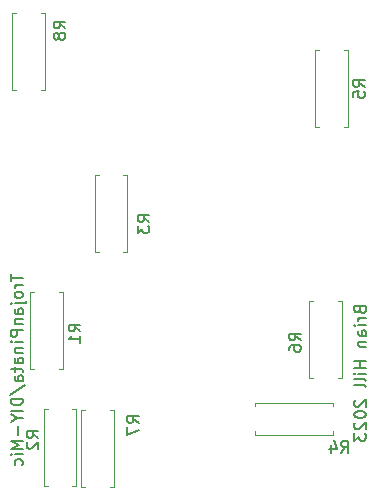
<source format=gbr>
%TF.GenerationSoftware,KiCad,Pcbnew,7.0.7*%
%TF.CreationDate,2023-09-20T21:46:03-04:00*%
%TF.ProjectId,DIYmic,4449596d-6963-42e6-9b69-6361645f7063,rev?*%
%TF.SameCoordinates,Original*%
%TF.FileFunction,Legend,Bot*%
%TF.FilePolarity,Positive*%
%FSLAX46Y46*%
G04 Gerber Fmt 4.6, Leading zero omitted, Abs format (unit mm)*
G04 Created by KiCad (PCBNEW 7.0.7) date 2023-09-20 21:46:03*
%MOMM*%
%LPD*%
G01*
G04 APERTURE LIST*
%ADD10C,0.200000*%
%ADD11C,0.150000*%
%ADD12C,0.120000*%
G04 APERTURE END LIST*
D10*
X56779219Y-69822816D02*
X56779219Y-70394244D01*
X57779219Y-70108530D02*
X56779219Y-70108530D01*
X57779219Y-70727578D02*
X57112552Y-70727578D01*
X57303028Y-70727578D02*
X57207790Y-70775197D01*
X57207790Y-70775197D02*
X57160171Y-70822816D01*
X57160171Y-70822816D02*
X57112552Y-70918054D01*
X57112552Y-70918054D02*
X57112552Y-71013292D01*
X57779219Y-71489483D02*
X57731600Y-71394245D01*
X57731600Y-71394245D02*
X57683980Y-71346626D01*
X57683980Y-71346626D02*
X57588742Y-71299007D01*
X57588742Y-71299007D02*
X57303028Y-71299007D01*
X57303028Y-71299007D02*
X57207790Y-71346626D01*
X57207790Y-71346626D02*
X57160171Y-71394245D01*
X57160171Y-71394245D02*
X57112552Y-71489483D01*
X57112552Y-71489483D02*
X57112552Y-71632340D01*
X57112552Y-71632340D02*
X57160171Y-71727578D01*
X57160171Y-71727578D02*
X57207790Y-71775197D01*
X57207790Y-71775197D02*
X57303028Y-71822816D01*
X57303028Y-71822816D02*
X57588742Y-71822816D01*
X57588742Y-71822816D02*
X57683980Y-71775197D01*
X57683980Y-71775197D02*
X57731600Y-71727578D01*
X57731600Y-71727578D02*
X57779219Y-71632340D01*
X57779219Y-71632340D02*
X57779219Y-71489483D01*
X57112552Y-72251388D02*
X57969695Y-72251388D01*
X57969695Y-72251388D02*
X58064933Y-72203769D01*
X58064933Y-72203769D02*
X58112552Y-72108531D01*
X58112552Y-72108531D02*
X58112552Y-72060912D01*
X56779219Y-72251388D02*
X56826838Y-72203769D01*
X56826838Y-72203769D02*
X56874457Y-72251388D01*
X56874457Y-72251388D02*
X56826838Y-72299007D01*
X56826838Y-72299007D02*
X56779219Y-72251388D01*
X56779219Y-72251388D02*
X56874457Y-72251388D01*
X57779219Y-73156149D02*
X57255409Y-73156149D01*
X57255409Y-73156149D02*
X57160171Y-73108530D01*
X57160171Y-73108530D02*
X57112552Y-73013292D01*
X57112552Y-73013292D02*
X57112552Y-72822816D01*
X57112552Y-72822816D02*
X57160171Y-72727578D01*
X57731600Y-73156149D02*
X57779219Y-73060911D01*
X57779219Y-73060911D02*
X57779219Y-72822816D01*
X57779219Y-72822816D02*
X57731600Y-72727578D01*
X57731600Y-72727578D02*
X57636361Y-72679959D01*
X57636361Y-72679959D02*
X57541123Y-72679959D01*
X57541123Y-72679959D02*
X57445885Y-72727578D01*
X57445885Y-72727578D02*
X57398266Y-72822816D01*
X57398266Y-72822816D02*
X57398266Y-73060911D01*
X57398266Y-73060911D02*
X57350647Y-73156149D01*
X57112552Y-73632340D02*
X57779219Y-73632340D01*
X57207790Y-73632340D02*
X57160171Y-73679959D01*
X57160171Y-73679959D02*
X57112552Y-73775197D01*
X57112552Y-73775197D02*
X57112552Y-73918054D01*
X57112552Y-73918054D02*
X57160171Y-74013292D01*
X57160171Y-74013292D02*
X57255409Y-74060911D01*
X57255409Y-74060911D02*
X57779219Y-74060911D01*
X57779219Y-74537102D02*
X56779219Y-74537102D01*
X56779219Y-74537102D02*
X56779219Y-74918054D01*
X56779219Y-74918054D02*
X56826838Y-75013292D01*
X56826838Y-75013292D02*
X56874457Y-75060911D01*
X56874457Y-75060911D02*
X56969695Y-75108530D01*
X56969695Y-75108530D02*
X57112552Y-75108530D01*
X57112552Y-75108530D02*
X57207790Y-75060911D01*
X57207790Y-75060911D02*
X57255409Y-75013292D01*
X57255409Y-75013292D02*
X57303028Y-74918054D01*
X57303028Y-74918054D02*
X57303028Y-74537102D01*
X57779219Y-75537102D02*
X57112552Y-75537102D01*
X56779219Y-75537102D02*
X56826838Y-75489483D01*
X56826838Y-75489483D02*
X56874457Y-75537102D01*
X56874457Y-75537102D02*
X56826838Y-75584721D01*
X56826838Y-75584721D02*
X56779219Y-75537102D01*
X56779219Y-75537102D02*
X56874457Y-75537102D01*
X57112552Y-76013292D02*
X57779219Y-76013292D01*
X57207790Y-76013292D02*
X57160171Y-76060911D01*
X57160171Y-76060911D02*
X57112552Y-76156149D01*
X57112552Y-76156149D02*
X57112552Y-76299006D01*
X57112552Y-76299006D02*
X57160171Y-76394244D01*
X57160171Y-76394244D02*
X57255409Y-76441863D01*
X57255409Y-76441863D02*
X57779219Y-76441863D01*
X57779219Y-77346625D02*
X57255409Y-77346625D01*
X57255409Y-77346625D02*
X57160171Y-77299006D01*
X57160171Y-77299006D02*
X57112552Y-77203768D01*
X57112552Y-77203768D02*
X57112552Y-77013292D01*
X57112552Y-77013292D02*
X57160171Y-76918054D01*
X57731600Y-77346625D02*
X57779219Y-77251387D01*
X57779219Y-77251387D02*
X57779219Y-77013292D01*
X57779219Y-77013292D02*
X57731600Y-76918054D01*
X57731600Y-76918054D02*
X57636361Y-76870435D01*
X57636361Y-76870435D02*
X57541123Y-76870435D01*
X57541123Y-76870435D02*
X57445885Y-76918054D01*
X57445885Y-76918054D02*
X57398266Y-77013292D01*
X57398266Y-77013292D02*
X57398266Y-77251387D01*
X57398266Y-77251387D02*
X57350647Y-77346625D01*
X57112552Y-77679959D02*
X57112552Y-78060911D01*
X56779219Y-77822816D02*
X57636361Y-77822816D01*
X57636361Y-77822816D02*
X57731600Y-77870435D01*
X57731600Y-77870435D02*
X57779219Y-77965673D01*
X57779219Y-77965673D02*
X57779219Y-78060911D01*
X57779219Y-78822816D02*
X57255409Y-78822816D01*
X57255409Y-78822816D02*
X57160171Y-78775197D01*
X57160171Y-78775197D02*
X57112552Y-78679959D01*
X57112552Y-78679959D02*
X57112552Y-78489483D01*
X57112552Y-78489483D02*
X57160171Y-78394245D01*
X57731600Y-78822816D02*
X57779219Y-78727578D01*
X57779219Y-78727578D02*
X57779219Y-78489483D01*
X57779219Y-78489483D02*
X57731600Y-78394245D01*
X57731600Y-78394245D02*
X57636361Y-78346626D01*
X57636361Y-78346626D02*
X57541123Y-78346626D01*
X57541123Y-78346626D02*
X57445885Y-78394245D01*
X57445885Y-78394245D02*
X57398266Y-78489483D01*
X57398266Y-78489483D02*
X57398266Y-78727578D01*
X57398266Y-78727578D02*
X57350647Y-78822816D01*
X56731600Y-80013292D02*
X58017314Y-79156150D01*
X57779219Y-80346626D02*
X56779219Y-80346626D01*
X56779219Y-80346626D02*
X56779219Y-80584721D01*
X56779219Y-80584721D02*
X56826838Y-80727578D01*
X56826838Y-80727578D02*
X56922076Y-80822816D01*
X56922076Y-80822816D02*
X57017314Y-80870435D01*
X57017314Y-80870435D02*
X57207790Y-80918054D01*
X57207790Y-80918054D02*
X57350647Y-80918054D01*
X57350647Y-80918054D02*
X57541123Y-80870435D01*
X57541123Y-80870435D02*
X57636361Y-80822816D01*
X57636361Y-80822816D02*
X57731600Y-80727578D01*
X57731600Y-80727578D02*
X57779219Y-80584721D01*
X57779219Y-80584721D02*
X57779219Y-80346626D01*
X57779219Y-81346626D02*
X56779219Y-81346626D01*
X57303028Y-82013292D02*
X57779219Y-82013292D01*
X56779219Y-81679959D02*
X57303028Y-82013292D01*
X57303028Y-82013292D02*
X56779219Y-82346625D01*
X57398266Y-82679959D02*
X57398266Y-83441864D01*
X57779219Y-83918054D02*
X56779219Y-83918054D01*
X56779219Y-83918054D02*
X57493504Y-84251387D01*
X57493504Y-84251387D02*
X56779219Y-84584720D01*
X56779219Y-84584720D02*
X57779219Y-84584720D01*
X57779219Y-85060911D02*
X57112552Y-85060911D01*
X56779219Y-85060911D02*
X56826838Y-85013292D01*
X56826838Y-85013292D02*
X56874457Y-85060911D01*
X56874457Y-85060911D02*
X56826838Y-85108530D01*
X56826838Y-85108530D02*
X56779219Y-85060911D01*
X56779219Y-85060911D02*
X56874457Y-85060911D01*
X57731600Y-85965672D02*
X57779219Y-85870434D01*
X57779219Y-85870434D02*
X57779219Y-85679958D01*
X57779219Y-85679958D02*
X57731600Y-85584720D01*
X57731600Y-85584720D02*
X57683980Y-85537101D01*
X57683980Y-85537101D02*
X57588742Y-85489482D01*
X57588742Y-85489482D02*
X57303028Y-85489482D01*
X57303028Y-85489482D02*
X57207790Y-85537101D01*
X57207790Y-85537101D02*
X57160171Y-85584720D01*
X57160171Y-85584720D02*
X57112552Y-85679958D01*
X57112552Y-85679958D02*
X57112552Y-85870434D01*
X57112552Y-85870434D02*
X57160171Y-85965672D01*
X86338409Y-72839006D02*
X86386028Y-72981863D01*
X86386028Y-72981863D02*
X86433647Y-73029482D01*
X86433647Y-73029482D02*
X86528885Y-73077101D01*
X86528885Y-73077101D02*
X86671742Y-73077101D01*
X86671742Y-73077101D02*
X86766980Y-73029482D01*
X86766980Y-73029482D02*
X86814600Y-72981863D01*
X86814600Y-72981863D02*
X86862219Y-72886625D01*
X86862219Y-72886625D02*
X86862219Y-72505673D01*
X86862219Y-72505673D02*
X85862219Y-72505673D01*
X85862219Y-72505673D02*
X85862219Y-72839006D01*
X85862219Y-72839006D02*
X85909838Y-72934244D01*
X85909838Y-72934244D02*
X85957457Y-72981863D01*
X85957457Y-72981863D02*
X86052695Y-73029482D01*
X86052695Y-73029482D02*
X86147933Y-73029482D01*
X86147933Y-73029482D02*
X86243171Y-72981863D01*
X86243171Y-72981863D02*
X86290790Y-72934244D01*
X86290790Y-72934244D02*
X86338409Y-72839006D01*
X86338409Y-72839006D02*
X86338409Y-72505673D01*
X86862219Y-73505673D02*
X86195552Y-73505673D01*
X86386028Y-73505673D02*
X86290790Y-73553292D01*
X86290790Y-73553292D02*
X86243171Y-73600911D01*
X86243171Y-73600911D02*
X86195552Y-73696149D01*
X86195552Y-73696149D02*
X86195552Y-73791387D01*
X86862219Y-74124721D02*
X86195552Y-74124721D01*
X85862219Y-74124721D02*
X85909838Y-74077102D01*
X85909838Y-74077102D02*
X85957457Y-74124721D01*
X85957457Y-74124721D02*
X85909838Y-74172340D01*
X85909838Y-74172340D02*
X85862219Y-74124721D01*
X85862219Y-74124721D02*
X85957457Y-74124721D01*
X86862219Y-75029482D02*
X86338409Y-75029482D01*
X86338409Y-75029482D02*
X86243171Y-74981863D01*
X86243171Y-74981863D02*
X86195552Y-74886625D01*
X86195552Y-74886625D02*
X86195552Y-74696149D01*
X86195552Y-74696149D02*
X86243171Y-74600911D01*
X86814600Y-75029482D02*
X86862219Y-74934244D01*
X86862219Y-74934244D02*
X86862219Y-74696149D01*
X86862219Y-74696149D02*
X86814600Y-74600911D01*
X86814600Y-74600911D02*
X86719361Y-74553292D01*
X86719361Y-74553292D02*
X86624123Y-74553292D01*
X86624123Y-74553292D02*
X86528885Y-74600911D01*
X86528885Y-74600911D02*
X86481266Y-74696149D01*
X86481266Y-74696149D02*
X86481266Y-74934244D01*
X86481266Y-74934244D02*
X86433647Y-75029482D01*
X86195552Y-75505673D02*
X86862219Y-75505673D01*
X86290790Y-75505673D02*
X86243171Y-75553292D01*
X86243171Y-75553292D02*
X86195552Y-75648530D01*
X86195552Y-75648530D02*
X86195552Y-75791387D01*
X86195552Y-75791387D02*
X86243171Y-75886625D01*
X86243171Y-75886625D02*
X86338409Y-75934244D01*
X86338409Y-75934244D02*
X86862219Y-75934244D01*
X86862219Y-77172340D02*
X85862219Y-77172340D01*
X86338409Y-77172340D02*
X86338409Y-77743768D01*
X86862219Y-77743768D02*
X85862219Y-77743768D01*
X86862219Y-78219959D02*
X86195552Y-78219959D01*
X85862219Y-78219959D02*
X85909838Y-78172340D01*
X85909838Y-78172340D02*
X85957457Y-78219959D01*
X85957457Y-78219959D02*
X85909838Y-78267578D01*
X85909838Y-78267578D02*
X85862219Y-78219959D01*
X85862219Y-78219959D02*
X85957457Y-78219959D01*
X86862219Y-78839006D02*
X86814600Y-78743768D01*
X86814600Y-78743768D02*
X86719361Y-78696149D01*
X86719361Y-78696149D02*
X85862219Y-78696149D01*
X86862219Y-79362816D02*
X86814600Y-79267578D01*
X86814600Y-79267578D02*
X86719361Y-79219959D01*
X86719361Y-79219959D02*
X85862219Y-79219959D01*
X85957457Y-80458055D02*
X85909838Y-80505674D01*
X85909838Y-80505674D02*
X85862219Y-80600912D01*
X85862219Y-80600912D02*
X85862219Y-80839007D01*
X85862219Y-80839007D02*
X85909838Y-80934245D01*
X85909838Y-80934245D02*
X85957457Y-80981864D01*
X85957457Y-80981864D02*
X86052695Y-81029483D01*
X86052695Y-81029483D02*
X86147933Y-81029483D01*
X86147933Y-81029483D02*
X86290790Y-80981864D01*
X86290790Y-80981864D02*
X86862219Y-80410436D01*
X86862219Y-80410436D02*
X86862219Y-81029483D01*
X85862219Y-81648531D02*
X85862219Y-81743769D01*
X85862219Y-81743769D02*
X85909838Y-81839007D01*
X85909838Y-81839007D02*
X85957457Y-81886626D01*
X85957457Y-81886626D02*
X86052695Y-81934245D01*
X86052695Y-81934245D02*
X86243171Y-81981864D01*
X86243171Y-81981864D02*
X86481266Y-81981864D01*
X86481266Y-81981864D02*
X86671742Y-81934245D01*
X86671742Y-81934245D02*
X86766980Y-81886626D01*
X86766980Y-81886626D02*
X86814600Y-81839007D01*
X86814600Y-81839007D02*
X86862219Y-81743769D01*
X86862219Y-81743769D02*
X86862219Y-81648531D01*
X86862219Y-81648531D02*
X86814600Y-81553293D01*
X86814600Y-81553293D02*
X86766980Y-81505674D01*
X86766980Y-81505674D02*
X86671742Y-81458055D01*
X86671742Y-81458055D02*
X86481266Y-81410436D01*
X86481266Y-81410436D02*
X86243171Y-81410436D01*
X86243171Y-81410436D02*
X86052695Y-81458055D01*
X86052695Y-81458055D02*
X85957457Y-81505674D01*
X85957457Y-81505674D02*
X85909838Y-81553293D01*
X85909838Y-81553293D02*
X85862219Y-81648531D01*
X85957457Y-82362817D02*
X85909838Y-82410436D01*
X85909838Y-82410436D02*
X85862219Y-82505674D01*
X85862219Y-82505674D02*
X85862219Y-82743769D01*
X85862219Y-82743769D02*
X85909838Y-82839007D01*
X85909838Y-82839007D02*
X85957457Y-82886626D01*
X85957457Y-82886626D02*
X86052695Y-82934245D01*
X86052695Y-82934245D02*
X86147933Y-82934245D01*
X86147933Y-82934245D02*
X86290790Y-82886626D01*
X86290790Y-82886626D02*
X86862219Y-82315198D01*
X86862219Y-82315198D02*
X86862219Y-82934245D01*
X85862219Y-83267579D02*
X85862219Y-83886626D01*
X85862219Y-83886626D02*
X86243171Y-83553293D01*
X86243171Y-83553293D02*
X86243171Y-83696150D01*
X86243171Y-83696150D02*
X86290790Y-83791388D01*
X86290790Y-83791388D02*
X86338409Y-83839007D01*
X86338409Y-83839007D02*
X86433647Y-83886626D01*
X86433647Y-83886626D02*
X86671742Y-83886626D01*
X86671742Y-83886626D02*
X86766980Y-83839007D01*
X86766980Y-83839007D02*
X86814600Y-83791388D01*
X86814600Y-83791388D02*
X86862219Y-83696150D01*
X86862219Y-83696150D02*
X86862219Y-83410436D01*
X86862219Y-83410436D02*
X86814600Y-83315198D01*
X86814600Y-83315198D02*
X86766980Y-83267579D01*
D11*
X81353819Y-75398333D02*
X80877628Y-75065000D01*
X81353819Y-74826905D02*
X80353819Y-74826905D01*
X80353819Y-74826905D02*
X80353819Y-75207857D01*
X80353819Y-75207857D02*
X80401438Y-75303095D01*
X80401438Y-75303095D02*
X80449057Y-75350714D01*
X80449057Y-75350714D02*
X80544295Y-75398333D01*
X80544295Y-75398333D02*
X80687152Y-75398333D01*
X80687152Y-75398333D02*
X80782390Y-75350714D01*
X80782390Y-75350714D02*
X80830009Y-75303095D01*
X80830009Y-75303095D02*
X80877628Y-75207857D01*
X80877628Y-75207857D02*
X80877628Y-74826905D01*
X80353819Y-76255476D02*
X80353819Y-76065000D01*
X80353819Y-76065000D02*
X80401438Y-75969762D01*
X80401438Y-75969762D02*
X80449057Y-75922143D01*
X80449057Y-75922143D02*
X80591914Y-75826905D01*
X80591914Y-75826905D02*
X80782390Y-75779286D01*
X80782390Y-75779286D02*
X81163342Y-75779286D01*
X81163342Y-75779286D02*
X81258580Y-75826905D01*
X81258580Y-75826905D02*
X81306200Y-75874524D01*
X81306200Y-75874524D02*
X81353819Y-75969762D01*
X81353819Y-75969762D02*
X81353819Y-76160238D01*
X81353819Y-76160238D02*
X81306200Y-76255476D01*
X81306200Y-76255476D02*
X81258580Y-76303095D01*
X81258580Y-76303095D02*
X81163342Y-76350714D01*
X81163342Y-76350714D02*
X80925247Y-76350714D01*
X80925247Y-76350714D02*
X80830009Y-76303095D01*
X80830009Y-76303095D02*
X80782390Y-76255476D01*
X80782390Y-76255476D02*
X80734771Y-76160238D01*
X80734771Y-76160238D02*
X80734771Y-75969762D01*
X80734771Y-75969762D02*
X80782390Y-75874524D01*
X80782390Y-75874524D02*
X80830009Y-75826905D01*
X80830009Y-75826905D02*
X80925247Y-75779286D01*
X59128819Y-83653333D02*
X58652628Y-83320000D01*
X59128819Y-83081905D02*
X58128819Y-83081905D01*
X58128819Y-83081905D02*
X58128819Y-83462857D01*
X58128819Y-83462857D02*
X58176438Y-83558095D01*
X58176438Y-83558095D02*
X58224057Y-83605714D01*
X58224057Y-83605714D02*
X58319295Y-83653333D01*
X58319295Y-83653333D02*
X58462152Y-83653333D01*
X58462152Y-83653333D02*
X58557390Y-83605714D01*
X58557390Y-83605714D02*
X58605009Y-83558095D01*
X58605009Y-83558095D02*
X58652628Y-83462857D01*
X58652628Y-83462857D02*
X58652628Y-83081905D01*
X58224057Y-84034286D02*
X58176438Y-84081905D01*
X58176438Y-84081905D02*
X58128819Y-84177143D01*
X58128819Y-84177143D02*
X58128819Y-84415238D01*
X58128819Y-84415238D02*
X58176438Y-84510476D01*
X58176438Y-84510476D02*
X58224057Y-84558095D01*
X58224057Y-84558095D02*
X58319295Y-84605714D01*
X58319295Y-84605714D02*
X58414533Y-84605714D01*
X58414533Y-84605714D02*
X58557390Y-84558095D01*
X58557390Y-84558095D02*
X59128819Y-83986667D01*
X59128819Y-83986667D02*
X59128819Y-84605714D01*
X67637819Y-82383333D02*
X67161628Y-82050000D01*
X67637819Y-81811905D02*
X66637819Y-81811905D01*
X66637819Y-81811905D02*
X66637819Y-82192857D01*
X66637819Y-82192857D02*
X66685438Y-82288095D01*
X66685438Y-82288095D02*
X66733057Y-82335714D01*
X66733057Y-82335714D02*
X66828295Y-82383333D01*
X66828295Y-82383333D02*
X66971152Y-82383333D01*
X66971152Y-82383333D02*
X67066390Y-82335714D01*
X67066390Y-82335714D02*
X67114009Y-82288095D01*
X67114009Y-82288095D02*
X67161628Y-82192857D01*
X67161628Y-82192857D02*
X67161628Y-81811905D01*
X66637819Y-82716667D02*
X66637819Y-83383333D01*
X66637819Y-83383333D02*
X67637819Y-82954762D01*
X86771819Y-53935333D02*
X86295628Y-53602000D01*
X86771819Y-53363905D02*
X85771819Y-53363905D01*
X85771819Y-53363905D02*
X85771819Y-53744857D01*
X85771819Y-53744857D02*
X85819438Y-53840095D01*
X85819438Y-53840095D02*
X85867057Y-53887714D01*
X85867057Y-53887714D02*
X85962295Y-53935333D01*
X85962295Y-53935333D02*
X86105152Y-53935333D01*
X86105152Y-53935333D02*
X86200390Y-53887714D01*
X86200390Y-53887714D02*
X86248009Y-53840095D01*
X86248009Y-53840095D02*
X86295628Y-53744857D01*
X86295628Y-53744857D02*
X86295628Y-53363905D01*
X85771819Y-54840095D02*
X85771819Y-54363905D01*
X85771819Y-54363905D02*
X86248009Y-54316286D01*
X86248009Y-54316286D02*
X86200390Y-54363905D01*
X86200390Y-54363905D02*
X86152771Y-54459143D01*
X86152771Y-54459143D02*
X86152771Y-54697238D01*
X86152771Y-54697238D02*
X86200390Y-54792476D01*
X86200390Y-54792476D02*
X86248009Y-54840095D01*
X86248009Y-54840095D02*
X86343247Y-54887714D01*
X86343247Y-54887714D02*
X86581342Y-54887714D01*
X86581342Y-54887714D02*
X86676580Y-54840095D01*
X86676580Y-54840095D02*
X86724200Y-54792476D01*
X86724200Y-54792476D02*
X86771819Y-54697238D01*
X86771819Y-54697238D02*
X86771819Y-54459143D01*
X86771819Y-54459143D02*
X86724200Y-54363905D01*
X86724200Y-54363905D02*
X86676580Y-54316286D01*
X61414819Y-48982333D02*
X60938628Y-48649000D01*
X61414819Y-48410905D02*
X60414819Y-48410905D01*
X60414819Y-48410905D02*
X60414819Y-48791857D01*
X60414819Y-48791857D02*
X60462438Y-48887095D01*
X60462438Y-48887095D02*
X60510057Y-48934714D01*
X60510057Y-48934714D02*
X60605295Y-48982333D01*
X60605295Y-48982333D02*
X60748152Y-48982333D01*
X60748152Y-48982333D02*
X60843390Y-48934714D01*
X60843390Y-48934714D02*
X60891009Y-48887095D01*
X60891009Y-48887095D02*
X60938628Y-48791857D01*
X60938628Y-48791857D02*
X60938628Y-48410905D01*
X60843390Y-49553762D02*
X60795771Y-49458524D01*
X60795771Y-49458524D02*
X60748152Y-49410905D01*
X60748152Y-49410905D02*
X60652914Y-49363286D01*
X60652914Y-49363286D02*
X60605295Y-49363286D01*
X60605295Y-49363286D02*
X60510057Y-49410905D01*
X60510057Y-49410905D02*
X60462438Y-49458524D01*
X60462438Y-49458524D02*
X60414819Y-49553762D01*
X60414819Y-49553762D02*
X60414819Y-49744238D01*
X60414819Y-49744238D02*
X60462438Y-49839476D01*
X60462438Y-49839476D02*
X60510057Y-49887095D01*
X60510057Y-49887095D02*
X60605295Y-49934714D01*
X60605295Y-49934714D02*
X60652914Y-49934714D01*
X60652914Y-49934714D02*
X60748152Y-49887095D01*
X60748152Y-49887095D02*
X60795771Y-49839476D01*
X60795771Y-49839476D02*
X60843390Y-49744238D01*
X60843390Y-49744238D02*
X60843390Y-49553762D01*
X60843390Y-49553762D02*
X60891009Y-49458524D01*
X60891009Y-49458524D02*
X60938628Y-49410905D01*
X60938628Y-49410905D02*
X61033866Y-49363286D01*
X61033866Y-49363286D02*
X61224342Y-49363286D01*
X61224342Y-49363286D02*
X61319580Y-49410905D01*
X61319580Y-49410905D02*
X61367200Y-49458524D01*
X61367200Y-49458524D02*
X61414819Y-49553762D01*
X61414819Y-49553762D02*
X61414819Y-49744238D01*
X61414819Y-49744238D02*
X61367200Y-49839476D01*
X61367200Y-49839476D02*
X61319580Y-49887095D01*
X61319580Y-49887095D02*
X61224342Y-49934714D01*
X61224342Y-49934714D02*
X61033866Y-49934714D01*
X61033866Y-49934714D02*
X60938628Y-49887095D01*
X60938628Y-49887095D02*
X60891009Y-49839476D01*
X60891009Y-49839476D02*
X60843390Y-49744238D01*
X62684819Y-74636333D02*
X62208628Y-74303000D01*
X62684819Y-74064905D02*
X61684819Y-74064905D01*
X61684819Y-74064905D02*
X61684819Y-74445857D01*
X61684819Y-74445857D02*
X61732438Y-74541095D01*
X61732438Y-74541095D02*
X61780057Y-74588714D01*
X61780057Y-74588714D02*
X61875295Y-74636333D01*
X61875295Y-74636333D02*
X62018152Y-74636333D01*
X62018152Y-74636333D02*
X62113390Y-74588714D01*
X62113390Y-74588714D02*
X62161009Y-74541095D01*
X62161009Y-74541095D02*
X62208628Y-74445857D01*
X62208628Y-74445857D02*
X62208628Y-74064905D01*
X62684819Y-75588714D02*
X62684819Y-75017286D01*
X62684819Y-75303000D02*
X61684819Y-75303000D01*
X61684819Y-75303000D02*
X61827676Y-75207762D01*
X61827676Y-75207762D02*
X61922914Y-75112524D01*
X61922914Y-75112524D02*
X61970533Y-75017286D01*
X84748666Y-84909819D02*
X85081999Y-84433628D01*
X85320094Y-84909819D02*
X85320094Y-83909819D01*
X85320094Y-83909819D02*
X84939142Y-83909819D01*
X84939142Y-83909819D02*
X84843904Y-83957438D01*
X84843904Y-83957438D02*
X84796285Y-84005057D01*
X84796285Y-84005057D02*
X84748666Y-84100295D01*
X84748666Y-84100295D02*
X84748666Y-84243152D01*
X84748666Y-84243152D02*
X84796285Y-84338390D01*
X84796285Y-84338390D02*
X84843904Y-84386009D01*
X84843904Y-84386009D02*
X84939142Y-84433628D01*
X84939142Y-84433628D02*
X85320094Y-84433628D01*
X83891523Y-84243152D02*
X83891523Y-84909819D01*
X84129618Y-83862200D02*
X84367713Y-84576485D01*
X84367713Y-84576485D02*
X83748666Y-84576485D01*
X68526819Y-65365333D02*
X68050628Y-65032000D01*
X68526819Y-64793905D02*
X67526819Y-64793905D01*
X67526819Y-64793905D02*
X67526819Y-65174857D01*
X67526819Y-65174857D02*
X67574438Y-65270095D01*
X67574438Y-65270095D02*
X67622057Y-65317714D01*
X67622057Y-65317714D02*
X67717295Y-65365333D01*
X67717295Y-65365333D02*
X67860152Y-65365333D01*
X67860152Y-65365333D02*
X67955390Y-65317714D01*
X67955390Y-65317714D02*
X68003009Y-65270095D01*
X68003009Y-65270095D02*
X68050628Y-65174857D01*
X68050628Y-65174857D02*
X68050628Y-64793905D01*
X67526819Y-65698667D02*
X67526819Y-66317714D01*
X67526819Y-66317714D02*
X67907771Y-65984381D01*
X67907771Y-65984381D02*
X67907771Y-66127238D01*
X67907771Y-66127238D02*
X67955390Y-66222476D01*
X67955390Y-66222476D02*
X68003009Y-66270095D01*
X68003009Y-66270095D02*
X68098247Y-66317714D01*
X68098247Y-66317714D02*
X68336342Y-66317714D01*
X68336342Y-66317714D02*
X68431580Y-66270095D01*
X68431580Y-66270095D02*
X68479200Y-66222476D01*
X68479200Y-66222476D02*
X68526819Y-66127238D01*
X68526819Y-66127238D02*
X68526819Y-65841524D01*
X68526819Y-65841524D02*
X68479200Y-65746286D01*
X68479200Y-65746286D02*
X68431580Y-65698667D01*
D12*
%TO.C,R6*%
X82069000Y-78581000D02*
X82069000Y-72041000D01*
X82399000Y-78581000D02*
X82069000Y-78581000D01*
X84479000Y-78581000D02*
X84809000Y-78581000D01*
X84809000Y-78581000D02*
X84809000Y-72041000D01*
X82069000Y-72041000D02*
X82399000Y-72041000D01*
X84809000Y-72041000D02*
X84479000Y-72041000D01*
%TO.C,R2*%
X62330000Y-81185000D02*
X62330000Y-87725000D01*
X62000000Y-81185000D02*
X62330000Y-81185000D01*
X59920000Y-81185000D02*
X59590000Y-81185000D01*
X59590000Y-81185000D02*
X59590000Y-87725000D01*
X62330000Y-87725000D02*
X62000000Y-87725000D01*
X59590000Y-87725000D02*
X59920000Y-87725000D01*
%TO.C,R7*%
X65505000Y-81312000D02*
X65505000Y-87852000D01*
X65175000Y-81312000D02*
X65505000Y-81312000D01*
X63095000Y-81312000D02*
X62765000Y-81312000D01*
X62765000Y-81312000D02*
X62765000Y-87852000D01*
X65505000Y-87852000D02*
X65175000Y-87852000D01*
X62765000Y-87852000D02*
X63095000Y-87852000D01*
%TO.C,R5*%
X82577000Y-57372000D02*
X82577000Y-50832000D01*
X82907000Y-57372000D02*
X82577000Y-57372000D01*
X84987000Y-57372000D02*
X85317000Y-57372000D01*
X85317000Y-57372000D02*
X85317000Y-50832000D01*
X82577000Y-50832000D02*
X82907000Y-50832000D01*
X85317000Y-50832000D02*
X84987000Y-50832000D01*
%TO.C,R8*%
X56923000Y-54197000D02*
X56923000Y-47657000D01*
X57253000Y-54197000D02*
X56923000Y-54197000D01*
X59333000Y-54197000D02*
X59663000Y-54197000D01*
X59663000Y-54197000D02*
X59663000Y-47657000D01*
X56923000Y-47657000D02*
X57253000Y-47657000D01*
X59663000Y-47657000D02*
X59333000Y-47657000D01*
%TO.C,R1*%
X61187000Y-71279000D02*
X61187000Y-77819000D01*
X60857000Y-71279000D02*
X61187000Y-71279000D01*
X58777000Y-71279000D02*
X58447000Y-71279000D01*
X58447000Y-71279000D02*
X58447000Y-77819000D01*
X61187000Y-77819000D02*
X60857000Y-77819000D01*
X58447000Y-77819000D02*
X58777000Y-77819000D01*
%TO.C,R4*%
X77502000Y-80672000D02*
X84042000Y-80672000D01*
X77502000Y-81002000D02*
X77502000Y-80672000D01*
X77502000Y-83082000D02*
X77502000Y-83412000D01*
X77502000Y-83412000D02*
X84042000Y-83412000D01*
X84042000Y-80672000D02*
X84042000Y-81002000D01*
X84042000Y-83412000D02*
X84042000Y-83082000D01*
%TO.C,R3*%
X63908000Y-67913000D02*
X63908000Y-61373000D01*
X64238000Y-67913000D02*
X63908000Y-67913000D01*
X66318000Y-67913000D02*
X66648000Y-67913000D01*
X66648000Y-67913000D02*
X66648000Y-61373000D01*
X63908000Y-61373000D02*
X64238000Y-61373000D01*
X66648000Y-61373000D02*
X66318000Y-61373000D01*
%TD*%
M02*

</source>
